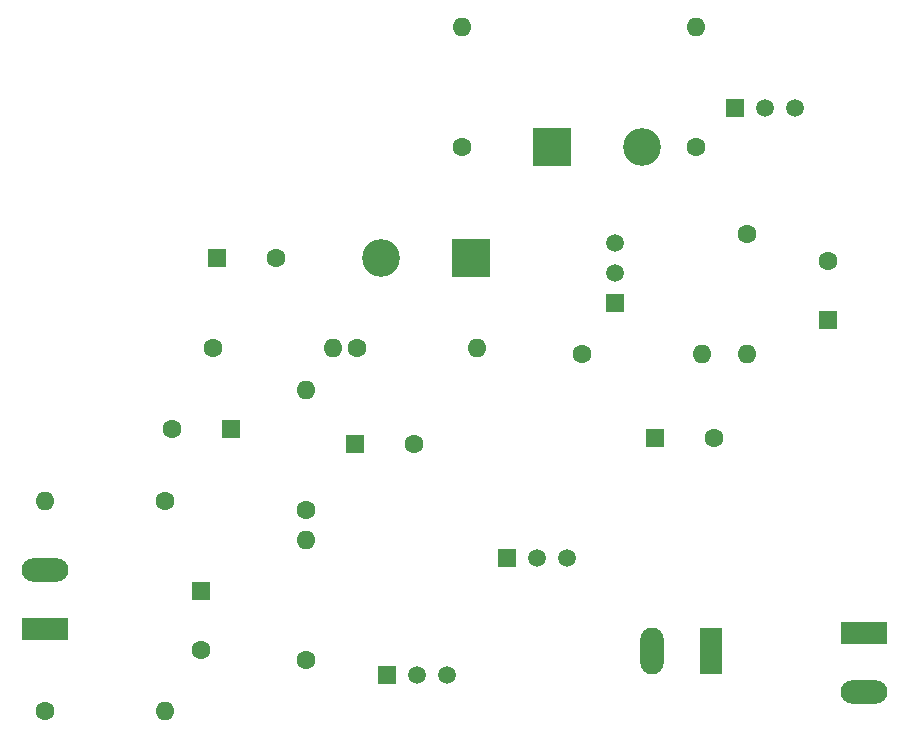
<source format=gbr>
G04 #@! TF.FileFunction,Copper,L2,Bot,Signal*
%FSLAX46Y46*%
G04 Gerber Fmt 4.6, Leading zero omitted, Abs format (unit mm)*
G04 Created by KiCad (PCBNEW 4.0.5) date 06/16/17 00:38:59*
%MOMM*%
%LPD*%
G01*
G04 APERTURE LIST*
%ADD10C,0.100000*%
%ADD11C,1.520000*%
%ADD12R,1.520000X1.520000*%
%ADD13R,1.600000X1.600000*%
%ADD14C,1.600000*%
%ADD15R,1.980000X3.960000*%
%ADD16O,1.980000X3.960000*%
%ADD17R,3.960000X1.980000*%
%ADD18O,3.960000X1.980000*%
%ADD19R,3.200000X3.200000*%
%ADD20O,3.200000X3.200000*%
%ADD21O,1.600000X1.600000*%
G04 APERTURE END LIST*
D10*
D11*
X111760000Y-105918000D03*
X111760000Y-103378000D03*
D12*
X111760000Y-108458000D03*
D13*
X78058000Y-104648000D03*
D14*
X83058000Y-104648000D03*
D15*
X119888000Y-137922000D03*
D16*
X114888000Y-137922000D03*
D17*
X63500000Y-136064000D03*
D18*
X63500000Y-131064000D03*
D13*
X76708000Y-132842000D03*
D14*
X76708000Y-137842000D03*
D13*
X89742000Y-120396000D03*
D14*
X94742000Y-120396000D03*
D13*
X79248000Y-119126000D03*
D14*
X74248000Y-119126000D03*
D13*
X115142000Y-119888000D03*
D14*
X120142000Y-119888000D03*
D13*
X129794000Y-109902000D03*
D14*
X129794000Y-104902000D03*
D19*
X99568000Y-104648000D03*
D20*
X91948000Y-104648000D03*
D19*
X106426000Y-95250000D03*
D20*
X114046000Y-95250000D03*
D17*
X132842000Y-136398000D03*
D18*
X132842000Y-141398000D03*
D11*
X94996000Y-139954000D03*
X97536000Y-139954000D03*
D12*
X92456000Y-139954000D03*
D11*
X105156000Y-130048000D03*
X107696000Y-130048000D03*
D12*
X102616000Y-130048000D03*
D11*
X124460000Y-91948000D03*
X127000000Y-91948000D03*
D12*
X121920000Y-91948000D03*
D14*
X63500000Y-143002000D03*
D21*
X73660000Y-143002000D03*
D14*
X73660000Y-125222000D03*
D21*
X63500000Y-125222000D03*
D14*
X85598000Y-138684000D03*
D21*
X85598000Y-128524000D03*
D14*
X85598000Y-125984000D03*
D21*
X85598000Y-115824000D03*
D14*
X98806000Y-95250000D03*
D21*
X98806000Y-85090000D03*
D14*
X77724000Y-112268000D03*
D21*
X87884000Y-112268000D03*
D14*
X89916000Y-112268000D03*
D21*
X100076000Y-112268000D03*
D14*
X118618000Y-95250000D03*
D21*
X118618000Y-85090000D03*
D14*
X122936000Y-102616000D03*
D21*
X122936000Y-112776000D03*
D14*
X108966000Y-112776000D03*
D21*
X119126000Y-112776000D03*
M02*

</source>
